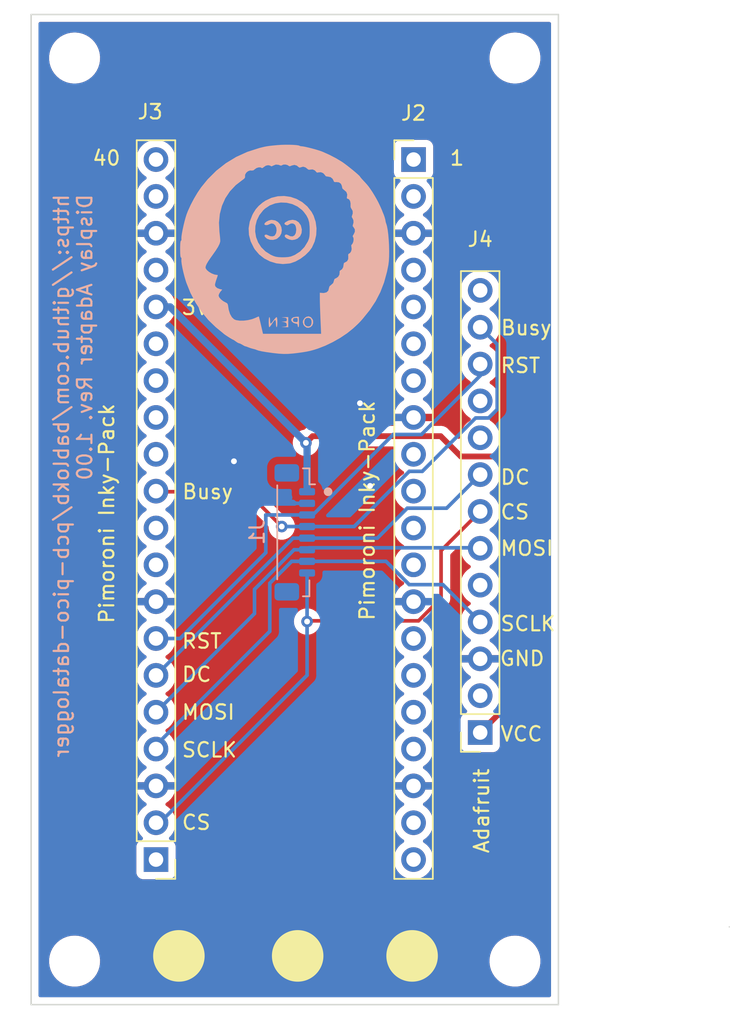
<source format=kicad_pcb>
(kicad_pcb (version 20211014) (generator pcbnew)
  (layers (0 "F.Cu" signal) (31 "B.Cu" signal) (34 "B.Paste" user) (35 "F.Paste" user) (36 "B.SilkS" user "B.Silkscreen") (37 "F.SilkS" user "F.Silkscreen") (38 "B.Mask" user) (39 "F.Mask" user) (44 "Edge.Cuts" user))
  (net 0 "")
  (net 1 "+3V3")
  (net 2 "GND")
  (net 3 "/Display_RST")
  (net 4 "/Display_BUSY")
  (net 5 "/Display_DC")
  (net 6 "/MOSI0")
  (net 7 "/SCLK0")
  (net 8 "/Display_CS")
  (footprint "MountingHole:MountingHole_2.5mm" (layer "F.Cu") (at 93 155.26)
    (fp_text reference "H4" hide)
    (fp_text value "MountingHole")
    (pad "" np_thru_hole circle (at 0 0) (size 2.5 2.5) (drill 2.5) (layers *.Cu *.Mask))
  )
  (footprint "Connector_PinSocket_2.54mm:PinSocket_1x13_P2.54mm_Vertical" (layer "F.Cu") (at 121 139.5 180)
    (fp_text reference "J4" (at 0 34) (layer "F.SilkS"))
    (fp_text value "Ada_SPI_Display")
    (fp_line (start 1.33 1.27) (end 1.33 31.81) (layer "F.SilkS") (width 0.12))
    (fp_line (start 0 -1.33) (end 1.33 -1.33) (layer "F.SilkS") (width 0.12))
    (fp_line (start -1.33 1.27) (end -1.33 31.81) (layer "F.SilkS") (width 0.12))
    (fp_line (start 1.33 -1.33) (end 1.33 0) (layer "F.SilkS") (width 0.12))
    (fp_line (start -1.33 1.27) (end 1.33 1.27) (layer "F.SilkS") (width 0.12))
    (fp_line (start -1.33 31.81) (end 1.33 31.81) (layer "F.SilkS") (width 0.12))
    (pad "1" thru_hole rect (at 0 0 180) (size 1.7 1.7) (drill 1) (layers *.Cu *.Mask) (net 1 "+3V3"))
    (pad "2" thru_hole oval (at 0 2.54 180) (size 1.7 1.7) (drill 1) (layers *.Cu *.Mask))
    (pad "3" thru_hole oval (at 0 5.08 180) (size 1.7 1.7) (drill 1) (layers *.Cu *.Mask) (net 2 "GND"))
    (pad "4" thru_hole oval (at 0 7.62 180) (size 1.7 1.7) (drill 1) (layers *.Cu *.Mask) (net 7 "/SCLK0"))
    (pad "5" thru_hole oval (at 0 10.16 180) (size 1.7 1.7) (drill 1) (layers *.Cu *.Mask))
    (pad "6" thru_hole oval (at 0 12.7 180) (size 1.7 1.7) (drill 1) (layers *.Cu *.Mask) (net 6 "/MOSI0"))
    (pad "7" thru_hole oval (at 0 15.24 180) (size 1.7 1.7) (drill 1) (layers *.Cu *.Mask) (net 8 "/Display_CS"))
    (pad "8" thru_hole oval (at 0 17.78 180) (size 1.7 1.7) (drill 1) (layers *.Cu *.Mask) (net 5 "/Display_DC"))
    (pad "9" thru_hole oval (at 0 20.32 180) (size 1.7 1.7) (drill 1) (layers *.Cu *.Mask))
    (pad "10" thru_hole oval (at 0 22.86 180) (size 1.7 1.7) (drill 1) (layers *.Cu *.Mask))
    (pad "11" thru_hole oval (at 0 25.4 180) (size 1.7 1.7) (drill 1) (layers *.Cu *.Mask) (net 3 "/Display_RST"))
    (pad "12" thru_hole oval (at 0 27.94 180) (size 1.7 1.7) (drill 1) (layers *.Cu *.Mask) (net 4 "/Display_BUSY"))
    (pad "13" thru_hole oval (at 0 30.48 180) (size 1.7 1.7) (drill 1) (layers *.Cu *.Mask))
  )
  (footprint "Connector_PinHeader_2.54mm:PinHeader_1x20_P2.54mm_Vertical" (layer "F.Cu") (at 98.62 148.26 180)
    (fp_text reference "J3" (at 0.4 51.55) (layer "F.SilkS"))
    (fp_text value "Inky_Right_21_40")
    (fp_line (start 1.33 1.27) (end 1.33 49.59) (layer "F.SilkS") (width 0.12))
    (fp_line (start -1.33 0) (end -1.33 -1.33) (layer "F.SilkS") (width 0.12))
    (fp_line (start -1.33 1.27) (end 1.33 1.27) (layer "F.SilkS") (width 0.12))
    (fp_line (start -1.33 -1.33) (end 0 -1.33) (layer "F.SilkS") (width 0.12))
    (fp_line (start -1.33 1.27) (end -1.33 49.59) (layer "F.SilkS") (width 0.12))
    (fp_line (start -1.33 49.59) (end 1.33 49.59) (layer "F.SilkS") (width 0.12))
    (pad "1" thru_hole rect (at 0 0 180) (size 1.7 1.7) (drill 1) (layers *.Cu *.Mask))
    (pad "2" thru_hole oval (at 0 2.54 180) (size 1.7 1.7) (drill 1) (layers *.Cu *.Mask) (net 8 "/Display_CS"))
    (pad "3" thru_hole oval (at 0 5.08 180) (size 1.7 1.7) (drill 1) (layers *.Cu *.Mask) (net 2 "GND"))
    (pad "4" thru_hole oval (at 0 7.62 180) (size 1.7 1.7) (drill 1) (layers *.Cu *.Mask) (net 7 "/SCLK0"))
    (pad "5" thru_hole oval (at 0 10.16 180) (size 1.7 1.7) (drill 1) (layers *.Cu *.Mask) (net 6 "/MOSI0"))
    (pad "6" thru_hole oval (at 0 12.7 180) (size 1.7 1.7) (drill 1) (layers *.Cu *.Mask) (net 5 "/Display_DC"))
    (pad "7" thru_hole oval (at 0 15.24 180) (size 1.7 1.7) (drill 1) (layers *.Cu *.Mask) (net 3 "/Display_RST"))
    (pad "8" thru_hole oval (at 0 17.78 180) (size 1.7 1.7) (drill 1) (layers *.Cu *.Mask) (net 2 "GND"))
    (pad "9" thru_hole oval (at 0 20.32 180) (size 1.7 1.7) (drill 1) (layers *.Cu *.Mask))
    (pad "10" thru_hole oval (at 0 22.86 180) (size 1.7 1.7) (drill 1) (layers *.Cu *.Mask))
    (pad "11" thru_hole oval (at 0 25.4 180) (size 1.7 1.7) (drill 1) (layers *.Cu *.Mask) (net 4 "/Display_BUSY"))
    (pad "12" thru_hole oval (at 0 27.94 180) (size 1.7 1.7) (drill 1) (layers *.Cu *.Mask))
    (pad "13" thru_hole oval (at 0 30.48 180) (size 1.7 1.7) (drill 1) (layers *.Cu *.Mask))
    (pad "14" thru_hole oval (at 0 33.02 180) (size 1.7 1.7) (drill 1) (layers *.Cu *.Mask))
    (pad "15" thru_hole oval (at 0 35.56 180) (size 1.7 1.7) (drill 1) (layers *.Cu *.Mask))
    (pad "16" thru_hole oval (at 0 38.1 180) (size 1.7 1.7) (drill 1) (layers *.Cu *.Mask) (net 1 "+3V3"))
    (pad "17" thru_hole oval (at 0 40.64 180) (size 1.7 1.7) (drill 1) (layers *.Cu *.Mask))
    (pad "18" thru_hole oval (at 0 43.18 180) (size 1.7 1.7) (drill 1) (layers *.Cu *.Mask) (net 2 "GND"))
    (pad "19" thru_hole oval (at 0 45.72 180) (size 1.7 1.7) (drill 1) (layers *.Cu *.Mask))
    (pad "20" thru_hole oval (at 0 48.26 180) (size 1.7 1.7) (drill 1) (layers *.Cu *.Mask))
  )
  (footprint "MountingHole:MountingHole_2.5mm" (layer "F.Cu") (at 123.4 93)
    (fp_text reference "H2" hide)
    (fp_text value "MountingHole")
    (pad "" np_thru_hole circle (at 0 0) (size 2.5 2.5) (drill 2.5) (layers *.Cu *.Mask))
  )
  (footprint "Connector_PinHeader_2.54mm:PinHeader_1x20_P2.54mm_Vertical" (layer "F.Cu") (at 116.4 100)
    (fp_text reference "J2" (at 0 -3.2) (layer "F.SilkS"))
    (fp_text value "Inky_Left_1_20")
    (fp_line (start -1.33 1.27) (end -1.33 49.59) (layer "F.SilkS") (width 0.12))
    (fp_line (start -1.33 1.27) (end 1.33 1.27) (layer "F.SilkS") (width 0.12))
    (fp_line (start -1.33 49.59) (end 1.33 49.59) (layer "F.SilkS") (width 0.12))
    (fp_line (start -1.33 0) (end -1.33 -1.33) (layer "F.SilkS") (width 0.12))
    (fp_line (start 1.33 1.27) (end 1.33 49.59) (layer "F.SilkS") (width 0.12))
    (fp_line (start -1.33 -1.33) (end 0 -1.33) (layer "F.SilkS") (width 0.12))
    (pad "1" thru_hole rect (at 0 0) (size 1.7 1.7) (drill 1) (layers *.Cu *.Mask))
    (pad "2" thru_hole oval (at 0 2.54) (size 1.7 1.7) (drill 1) (layers *.Cu *.Mask))
    (pad "3" thru_hole oval (at 0 5.08) (size 1.7 1.7) (drill 1) (layers *.Cu *.Mask) (net 2 "GND"))
    (pad "4" thru_hole oval (at 0 7.62) (size 1.7 1.7) (drill 1) (layers *.Cu *.Mask))
    (pad "5" thru_hole oval (at 0 10.16) (size 1.7 1.7) (drill 1) (layers *.Cu *.Mask))
    (pad "6" thru_hole oval (at 0 12.7) (size 1.7 1.7) (drill 1) (layers *.Cu *.Mask))
    (pad "7" thru_hole oval (at 0 15.24) (size 1.7 1.7) (drill 1) (layers *.Cu *.Mask))
    (pad "8" thru_hole oval (at 0 17.78) (size 1.7 1.7) (drill 1) (layers *.Cu *.Mask) (net 2 "GND"))
    (pad "9" thru_hole oval (at 0 20.32) (size 1.7 1.7) (drill 1) (layers *.Cu *.Mask))
    (pad "10" thru_hole oval (at 0 22.86) (size 1.7 1.7) (drill 1) (layers *.Cu *.Mask))
    (pad "11" thru_hole oval (at 0 25.4) (size 1.7 1.7) (drill 1) (layers *.Cu *.Mask))
    (pad "12" thru_hole oval (at 0 27.94) (size 1.7 1.7) (drill 1) (layers *.Cu *.Mask))
    (pad "13" thru_hole oval (at 0 30.48) (size 1.7 1.7) (drill 1) (layers *.Cu *.Mask) (net 2 "GND"))
    (pad "14" thru_hole oval (at 0 33.02) (size 1.7 1.7) (drill 1) (layers *.Cu *.Mask))
    (pad "15" thru_hole oval (at 0 35.56) (size 1.7 1.7) (drill 1) (layers *.Cu *.Mask))
    (pad "16" thru_hole oval (at 0 38.1) (size 1.7 1.7) (drill 1) (layers *.Cu *.Mask))
    (pad "17" thru_hole oval (at 0 40.64) (size 1.7 1.7) (drill 1) (layers *.Cu *.Mask))
    (pad "18" thru_hole oval (at 0 43.18) (size 1.7 1.7) (drill 1) (layers *.Cu *.Mask) (net 2 "GND"))
    (pad "19" thru_hole oval (at 0 45.72) (size 1.7 1.7) (drill 1) (layers *.Cu *.Mask))
    (pad "20" thru_hole oval (at 0 48.26) (size 1.7 1.7) (drill 1) (layers *.Cu *.Mask))
  )
  (footprint "MountingHole:MountingHole_2.5mm" (layer "F.Cu") (at 123.4 155.26)
    (fp_text reference "H3" hide)
    (fp_text value "MountingHole")
    (pad "" np_thru_hole circle (at 0 0) (size 2.5 2.5) (drill 2.5) (layers *.Cu *.Mask))
  )
  (footprint "MountingHole:MountingHole_2.5mm" (layer "F.Cu") (at 93 93)
    (fp_text reference "H1" hide)
    (fp_text value "MountingHole")
    (pad "" np_thru_hole circle (at 0 0) (size 2.5 2.5) (drill 2.5) (layers *.Cu *.Mask))
  )
  (footprint "Connector_JST:JST_SUR_BM08B-SURS-TF_1x08-1MP_P0.80mm_Vertical" (layer "B.Cu") (at 108.2 125.7 -90)
    (fp_text reference "J1" (at 0 2.6 90) (layer "B.SilkS") (effects (justify mirror)))
    (fp_text value "Conn_Display")
    (fp_line (start -3.31 -1.01) (end -3.31 -1.4) (layer "B.SilkS") (width 0.12))
    (fp_line (start 4.41 -0.56) (end 4.41 -1.01) (layer "B.SilkS") (width 0.12))
    (fp_line (start -4.41 -0.56) (end -4.41 -1.01) (layer "B.SilkS") (width 0.12))
    (fp_line (start -4.41 -1.01) (end -3.31 -1.01) (layer "B.SilkS") (width 0.12))
    (fp_line (start 4.41 -1.01) (end 3.31 -1.01) (layer "B.SilkS") (width 0.12))
    (fp_line (start -3.24 1.21) (end 3.24 1.21) (layer "B.SilkS") (width 0.12))
    (pad "1" smd roundrect (at -2.8 -0.85 270) (size 0.5 1.1) (layers "B.Cu" "B.Paste" "B.Mask") (net 1 "+3V3"))
    (pad "2" smd roundrect (at -2 -0.85 270) (size 0.5 1.1) (layers "B.Cu" "B.Paste" "B.Mask") (net 2 "GND"))
    (pad "3" smd roundrect (at -1.2 -0.85 270) (size 0.5 1.1) (layers "B.Cu" "B.Paste" "B.Mask") (net 3 "/Display_RST"))
    (pad "4" smd roundrect (at -0.4 -0.85 270) (size 0.5 1.1) (layers "B.Cu" "B.Paste" "B.Mask") (net 4 "/Display_BUSY"))
    (pad "5" smd roundrect (at 0.4 -0.85 270) (size 0.5 1.1) (layers "B.Cu" "B.Paste" "B.Mask") (net 5 "/Display_DC"))
    (pad "6" smd roundrect (at 1.2 -0.85 270) (size 0.5 1.1) (layers "B.Cu" "B.Paste" "B.Mask") (net 6 "/MOSI0"))
    (pad "7" smd roundrect (at 2 -0.85 270) (size 0.5 1.1) (layers "B.Cu" "B.Paste" "B.Mask") (net 7 "/SCLK0"))
    (pad "8" smd roundrect (at 2.8 -0.85 270) (size 0.5 1.1) (layers "B.Cu" "B.Paste" "B.Mask") (net 8 "/Display_CS"))
    (pad "MP" smd roundrect (at -4.1 0.55 270) (size 1.2 1.7) (layers "B.Cu" "B.Paste" "B.Mask") (roundrect_rratio 0.2083333333))
    (pad "MP" smd roundrect (at 4.1 0.55 270) (size 1.2 1.7) (layers "B.Cu" "B.Paste" "B.Mask") (roundrect_rratio 0.2083333333))
  )
  (footprint "LOGO" (layer "B.Cu") (at 107.5 106.2 180)
    (fp_text reference "G***" hide)
    (fp_text value "LOGO" hide)
    (fp_poly (pts (xy -0.789965 -4.639756) (xy -0.600021 -4.673624) (xy -0.483843 -4.757187) (xy -0.450887 -4.86286) (xy -0.494824 -4.966106) (xy -0.603428 -5.055778) (xy -0.741884 -5.106321) (xy -0.787675 -5.11006) (xy -0.875388 -5.13379) (xy -0.901612 -5.222513) (xy -0.901775 -5.235306) (xy -0.91967 -5.329445) (xy -0.954068 -5.360553) (xy -0.981454 -5.312721) (xy -0.993822 -5.176351) (xy -0.991642 -4.997338) (xy -0.986059 -4.859566) (xy -0.901775 -4.859566) (xy -0.892922 -4.965994) (xy -0.845574 -5.003639) (xy -0.738954 -5.000512) (xy -0.624736 -4.97635) (xy -0.580899 -4.917598) (xy -0.576134 -4.859566) (xy -0.593228 -4.770058) (xy -0.664111 -4.729503) (xy -0.738954 -4.718621) (xy -0.850465 -4.716387) (xy -0.89434 -4.757708) (xy -0.901775 -4.859566) (xy -0.986059 -4.859566) (xy -0.976923 -4.634123)) (layer "B.SilkS") (width 0) (fill solid))
    (fp_poly (pts (xy 0.942469 2.037529) (xy 1.09721 1.998721) (xy 1.245695 1.925064) (xy 1.357637 1.835601) (xy 1.402749 1.749378) (xy 1.402762 1.748094) (xy 1.361723 1.69523) (xy 1.264701 1.676728) (xy 1.150832 1.695468) (xy 1.091549 1.725193) (xy 0.923481 1.796842) (xy 0.769472 1.770489) (xy 0.654919 1.671547) (xy 0.576175 1.506686) (xy 0.555902 1.312616) (xy 0.590926 1.124252) (xy 0.678074 0.976509) (xy 0.721406 0.940116) (xy 0.84869 0.904423) (xy 1.007371 0.920366) (xy 1.137051 0.976912) (xy 1.251436 1.02607) (xy 1.344452 1.017801) (xy 1.390793 0.963581) (xy 1.365153 0.874882) (xy 1.364421 0.873821) (xy 1.216769 0.742358) (xy 1.015524 0.669563) (xy 0.791386 0.659935) (xy 0.575053 0.717975) (xy 0.515943 0.749451) (xy 0.333079 0.910045) (xy 0.2277 1.107082) (xy 0.193811 1.322463) (xy 0.225422 1.53809) (xy 0.316537 1.735864) (xy 0.461165 1.897686) (xy 0.653311 2.005458) (xy 0.886984 2.04108)) (layer "B.SilkS") (width 0) (fill solid))
    (fp_poly (pts (xy 0.012525 -4.667925) (xy 0.158422 -4.673407) (xy 0.208686 -4.678541) (xy 0.167839 -4.685849) (xy 0.062624 -4.695854) (xy -0.072401 -4.715209) (xy -0.134312 -4.752742) (xy -0.150195 -4.826458) (xy -0.150295 -4.837398) (xy -0.137031 -4.918893) (xy -0.078186 -4.955526) (xy 0.037574 -4.966359) (xy 0.225444 -4.972954) (xy 0.050099 -5.003933) (xy -0.073602 -5.04039) (xy -0.128508 -5.108331) (xy -0.140806 -5.169654) (xy -0.141959 -5.254561) (xy -0.102557 -5.297579) (xy 0.002765 -5.318209) (xy 0.059588 -5.323722) (xy 0.17872 -5.33505) (xy 0.210368 -5.341876) (xy 0.150175 -5.3468) (xy 0.012525 -5.3518) (xy -0.250493 -5.360553) (xy -0.250493 -4.659172)) (layer "B.SilkS") (width 0) (fill solid))
    (fp_poly (pts (xy -0.298016 2.005429) (xy -0.222794 1.97428) (xy -0.055162 1.880582) (xy 0.0163 1.802295) (xy -0.006257 1.735518) (xy -0.069846 1.696653) (xy -0.180087 1.663697) (xy -0.264359 1.697269) (xy -0.291808 1.720453) (xy -0.433705 1.793809) (xy -0.58527 1.789562) (xy -0.709762 1.710115) (xy -0.723589 1.692205) (xy -0.77208 1.573174) (xy -0.799378 1.409552) (xy -0.801578 1.352662) (xy -0.77001 1.131502) (xy -0.683387 0.978935) (xy -0.553822 0.903254) (xy -0.393431 0.912756) (xy -0.259316 0.981391) (xy -0.138153 1.032822) (xy -0.042649 1.01603) (xy -0.000272 0.936705) (xy 0 0.92766) (xy -0.044813 0.840434) (xy -0.159819 0.75545) (xy -0.315868 0.688004) (xy -0.483809 0.653391) (xy -0.526035 0.651656) (xy -0.714838 0.680422) (xy -0.889971 0.751375) (xy -0.892265 0.752763) (xy -1.069036 0.914747) (xy -1.16938 1.128569) (xy -1.189261 1.376791) (xy -1.12464 1.641975) (xy -1.107424 1.682104) (xy -0.967967 1.879806) (xy -0.773631 2.003871) (xy -0.54384 2.047884)) (layer "B.SilkS") (width 0) (fill solid))
    (fp_poly (pts (xy 0.235097 7.213997) (xy 0.495732 7.196971) (xy 0.500987 7.1965) (xy 0.799278 7.168629) (xy 1.026472 7.143826) (xy 1.211368 7.117426) (xy 1.382767 7.084763) (xy 1.569469 7.041173) (xy 1.759324 6.992665) (xy 2.57891 6.729733) (xy 3.346017 6.381564) (xy 4.059049 5.949237) (xy 4.716412 5.433829) (xy 5.316512 4.836419) (xy 5.76673 4.283432) (xy 6.015685 3.917662) (xy 6.263619 3.500038) (xy 6.49179 3.065367) (xy 6.681455 2.648457) (xy 6.768187 2.423548) (xy 6.837012 2.207461) (xy 6.907893 1.94873) (xy 6.976103 1.669363) (xy 7.036916 1.391366) (xy 7.085605 1.136748) (xy 7.117444 0.927514) (xy 7.127708 0.785672) (xy 7.125746 0.758669) (xy 7.124265 0.642727) (xy 7.158417 0.601183) (xy 7.185996 0.555107) (xy 7.204146 0.415266) (xy 7.2131 0.179243) (xy 7.214202 0.025049) (xy 7.209785 -0.259115) (xy 7.196356 -0.446244) (xy 7.173644 -0.539117) (xy 7.158263 -0.551085) (xy 7.123411 -0.59311) (xy 7.12684 -0.679335) (xy 7.128874 -0.812646) (xy 7.103788 -1.020584) (xy 7.055935 -1.282646) (xy 6.98967 -1.578334) (xy 6.909347 -1.887146) (xy 6.81932 -2.188583) (xy 6.782981 -2.298366) (xy 6.501106 -2.999433) (xy 6.148081 -3.670613) (xy 5.734656 -4.296022) (xy 5.271576 -4.859773) (xy 4.769589 -5.345981) (xy 4.659172 -5.437603) (xy 4.484077 -5.579394) (xy 4.339045 -5.69811) (xy 4.241197 -5.779657) (xy 4.208284 -5.808786) (xy 4.149924 -5.854917) (xy 4.037216 -5.932182) (xy 3.89691 -6.023542) (xy 3.755756 -6.111952) (xy 3.640505 -6.180372) (xy 3.577907 -6.211758) (xy 3.575027 -6.212229) (xy 3.517542 -6.240017) (xy 3.414829 -6.30943) (xy 3.377204 -6.337476) (xy 3.259775 -6.41666) (xy 3.169082 -6.459965) (xy 3.152945 -6.462722) (xy 3.075441 -6.487435) (xy 2.954535 -6.549211) (xy 2.911634 -6.574746) (xy 2.798015 -6.640695) (xy 2.727199 -6.673725) (xy 2.717611 -6.674371) (xy 2.668288 -6.684033) (xy 2.560452 -6.723217) (xy 2.517217 -6.740942) (xy 2.352855 -6.801231) (xy 2.196746 -6.845163) (xy 2.17929 -6.848768) (xy 2.040026 -6.884561) (xy 1.942038 -6.922046) (xy 1.806732 -6.970422) (xy 1.584356 -7.020899) (xy 1.270748 -7.074269) (xy 0.861747 -7.131323) (xy 0.801578 -7.139024) (xy 0.410704 -7.182138) (xy 0.075106 -7.201793) (xy -0.246508 -7.19795) (xy -0.595429 -7.170575) (xy -0.876725 -7.137558) (xy -1.237454 -7.088146) (xy -1.529454 -7.039297) (xy -1.783931 -6.984346) (xy -2.032094 -6.916626) (xy -2.280707 -6.83763) (xy -2.797106 -6.638457) (xy -3.326275 -6.384751) (xy -3.840909 -6.092185) (xy -4.3137 -5.776429) (xy -4.717342 -5.453157) (xy -4.759368 -5.415033) (xy -4.935854 -5.252011) (xy -5.060963 -5.133973) (xy -5.157228 -5.038251) (xy -5.247183 -4.942176) (xy -5.353361 -4.823081) (xy -5.396421 -4.774158) (xy -5.882338 -4.173578) (xy -6.283671 -3.567757) (xy -6.609219 -2.938234) (xy -6.867777 -2.266552) (xy -7.068145 -1.53425) (xy -7.162111 -1.069177) (xy -7.194793 -0.804856) (xy -7.212517 -0.477745) (xy -7.216324 -0.108966) (xy -7.207255 0.280361) (xy -7.18635 0.669113) (xy -7.15465 1.03617) (xy -7.13084 1.222402) (xy -4.846944 1.222402) (xy -4.770236 1.052836) (xy -4.758487 1.037279) (xy -4.698398 0.934642) (xy -4.708388 0.87727) (xy -4.752237 0.798945) (xy -4.760725 0.667929) (xy -4.737511 0.523819) (xy -4.686257 0.406209) (xy -4.66229 0.378562) (xy -4.595023 0.284529) (xy -4.609993 0.172925) (xy -4.610239 0.172277) (xy -4.627485 0.029195) (xy -4.592333 -0.120777) (xy -4.51843 -0.237445) (xy -4.458106 -0.275756) (xy -4.396059 -0.318535) (xy -4.384692 -0.410153) (xy -4.392585 -0.471326) (xy -4.388087 -0.663466) (xy -4.312803 -0.806949) (xy -4.185269 -0.880692) (xy -4.092986 -0.931737) (xy -4.068642 -1.039075) (xy -4.068796 -1.046229) (xy -4.041211 -1.223044) (xy -3.95982 -1.362327) (xy -3.864805 -1.425522) (xy -3.796609 -1.48075) (xy -3.795426 -1.579118) (xy -3.779954 -1.734814) (xy -3.693978 -1.879485) (xy -3.563063 -1.973633) (xy -3.53414 -1.982823) (xy -3.43941 -2.03595) (xy -3.399287 -2.15061) (xy -3.397003 -2.170835) (xy -3.348829 -2.314627) (xy -3.22274 -2.427888) (xy -3.220766 -2.42913) (xy -3.098952 -2.534556) (xy -3.05824 -2.657706) (xy -3.057945 -2.667752) (xy -3.01301 -2.838496) (xy -2.892737 -2.952374) (xy -2.710701 -2.998714) (xy -2.638778 -2.997317) (xy -2.429783 -2.980868) (xy -2.430314 -3.406707) (xy -2.432799 -3.595574) (xy -2.439373 -3.859464) (xy -2.449255 -4.173318) (xy -2.461662 -4.51208) (xy -2.474535 -4.821993) (xy -2.518225 -5.81144) (xy 1.493163 -5.81144) (xy 1.629166 -5.222781) (xy 1.68284 -4.994063) (xy 1.729004 -4.804048) (xy 1.762802 -4.67227) (xy 1.779377 -4.618262) (xy 1.779505 -4.618103) (xy 1.828338 -4.628643) (xy 1.934359 -4.674041) (xy 1.986566 -4.699603) (xy 2.239261 -4.799214) (xy 2.528036 -4.868183) (xy 2.82633 -4.904483) (xy 3.107578 -4.906085) (xy 3.345219 -4.870962) (xy 3.48754 -4.814176) (xy 3.641788 -4.668016) (xy 3.768223 -4.444705) (xy 3.856356 -4.165782) (xy 3.884374 -3.999253) (xy 3.909393 -3.833731) (xy 3.945196 -3.737922) (xy 4.008213 -3.6815) (xy 4.07308 -3.650949) (xy 4.24805 -3.555193) (xy 4.403188 -3.429886) (xy 4.514736 -3.298057) (xy 4.558937 -3.182737) (xy 4.558975 -3.179917) (xy 4.527501 -3.065926) (xy 4.450037 -2.935327) (xy 4.432796 -2.913749) (xy 4.306618 -2.763795) (xy 4.47037 -2.728985) (xy 4.653595 -2.660899) (xy 4.772753 -2.556078) (xy 4.809468 -2.445816) (xy 4.793375 -2.349266) (xy 4.751771 -2.196873) (xy 4.709271 -2.067053) (xy 4.650349 -1.899137) (xy 4.620822 -1.80498) (xy 4.618149 -1.763368) (xy 4.639791 -1.753087) (xy 4.671697 -1.753173) (xy 4.849924 -1.723914) (xy 5.04131 -1.64813) (xy 5.221333 -1.541619) (xy 5.36547 -1.420182) (xy 5.4492 -1.299616) (xy 5.46075 -1.244788) (xy 5.441779 -1.137678) (xy 5.380506 -0.996565) (xy 5.270395 -0.809868) (xy 5.104907 -0.566003) (xy 4.978609 -0.390564) (xy 4.754481 -0.072356) (xy 4.594508 0.182609) (xy 4.493656 0.383562) (xy 4.446891 0.539733) (xy 4.442179 0.593188) (xy 4.447382 0.700111) (xy 4.462797 0.876798) (xy 4.485677 1.093656) (xy 4.500051 1.216088) (xy 4.531968 1.847172) (xy 4.472618 2.448346) (xy 4.324631 3.013543) (xy 4.09064 3.536698) (xy 3.773277 4.011743) (xy 3.375174 4.432612) (xy 2.967415 4.748494) (xy 2.812773 4.862694) (xy 2.738291 4.948047) (xy 2.730995 5.011815) (xy 2.729126 5.153015) (xy 2.653618 5.288294) (xy 2.529538 5.394517) (xy 2.381953 5.448546) (xy 2.267302 5.439782) (xy 2.153087 5.455378) (xy 2.054481 5.535432) (xy 1.940256 5.614499) (xy 1.799327 5.658763) (xy 1.668115 5.662169) (xy 1.583041 5.618664) (xy 1.580106 5.61428) (xy 1.530331 5.613943) (xy 1.44543 5.673786) (xy 1.429131 5.689428) (xy 1.292824 5.778081) (xy 1.138484 5.811307) (xy 1.004339 5.783647) (xy 0.966116 5.755543) (xy 0.896481 5.730363) (xy 0.794653 5.780592) (xy 0.607687 5.854622) (xy 0.409246 5.835951) (xy 0.342019 5.806798) (xy 0.239179 5.777831) (xy 0.184997 5.806798) (xy 0.08 5.852934) (xy -0.065441 5.855889) (xy -0.202501 5.817981) (xy -0.250806 5.786106) (xy -0.319381 5.739791) (xy -0.3946 5.745648) (xy -0.487135 5.78699) (xy -0.673753 5.831233) (xy -0.846586 5.780168) (xy -0.946668 5.692465) (xy -1.029114 5.640573) (xy -1.104136 5.662196) (xy -1.280402 5.708667) (xy -1.447387 5.655601) (xy -1.531036 5.587521) (xy -1.637482 5.504372) (xy -1.732822 5.495464) (xy -1.766727 5.505978) (xy -1.93091 5.519334) (xy -2.084547 5.451643) (xy -2.16149 5.36756) (xy -2.229334 5.300228) (xy -2.325456 5.309197) (xy -2.343322 5.315676) (xy -2.500209 5.327458) (xy -2.655516 5.26557) (xy -2.767449 5.148112) (xy -2.777576 5.127593) (xy -2.845694 5.0475) (xy -2.970839 5.024667) (xy -2.988176 5.024956) (xy -3.1719 4.985986) (xy -3.312724 4.871401) (xy -3.375625 4.740514) (xy -3.411516 4.665481) (xy -3.488291 4.642876) (xy -3.575617 4.648912) (xy -3.752947 4.626899) (xy -3.886543 4.528854) (xy -3.954071 4.373925) (xy -3.958107 4.321006) (xy -3.991082 4.197061) (xy -4.102946 4.101036) (xy -4.109358 4.097344) (xy -4.261201 3.964149) (xy -4.321916 3.793605) (xy -4.305021 3.645136) (xy -4.288974 3.540341) (xy -4.326083 3.506968) (xy -4.329263 3.506903) (xy -4.440331 3.461798) (xy -4.518978 3.342709) (xy -4.552074 3.173974) (xy -4.549651 3.09839) (xy -4.550384 2.930021) (xy -4.597714 2.819496) (xy -4.619298 2.795297) (xy -4.695077 2.654801) (xy -4.700371 2.47956) (xy -4.655178 2.347174) (xy -4.629732 2.244775) (xy -4.680227 2.158653) (xy -4.745234 2.022625) (xy -4.753928 1.850812) (xy -4.710882 1.706365) (xy -4.694451 1.615673) (xy -4.760981 1.526549) (xy -4.843909 1.390028) (xy -4.846944 1.222402) (xy -7.13084 1.222402) (xy -7.113196 1.360409) (xy -7.06303 1.620709) (xy -7.022973 1.754391) (xy -6.986595 1.861308) (xy -6.973507 1.917106) (xy -6.949365 2.059963) (xy -6.898169 2.24565) (xy -6.833645 2.425477) (xy -6.823421 2.449494) (xy -6.772066 2.570562) (xy -6.742672 2.646965) (xy -6.740416 2.655226) (xy -6.718951 2.710271) (xy -6.6683 2.825845) (xy -6.60212 2.9719) (xy -6.53407 3.118392) (xy -6.477807 3.235272) (xy -6.467149 3.25641) (xy -6.352304 3.469921) (xy -6.217493 3.705051) (xy -6.089154 3.916244) (xy -6.041194 3.990377) (xy -5.901611 4.196708) (xy -5.790385 4.350201) (xy -5.682363 4.482727) (xy -5.55239 4.626162) (xy -5.473941 4.709168) (xy -5.348396 4.844821) (xy -5.255397 4.95244) (xy -5.212111 5.011997) (xy -5.210923 5.016078) (xy -5.173017 5.066639) (xy -5.070669 5.164656) (xy -4.919488 5.297321) (xy -4.735083 5.451829) (xy -4.533062 5.615376) (xy -4.329036 5.775155) (xy -4.138613 5.91836) (xy -3.977402 6.032188) (xy -3.951169 6.049564) (xy -3.54669 6.29186) (xy -3.093432 6.526932) (xy -2.64113 6.729285) (xy -2.568566 6.75834) (xy -2.393931 6.819584) (xy -2.168949 6.888183) (xy -1.918924 6.957612) (xy -1.669158 7.021347) (xy -1.444955 7.072865) (xy -1.271618 7.105641) (xy -1.189113 7.114004) (xy -1.0822 7.126908) (xy -1.034584 7.14819) (xy -0.957276 7.176029) (xy -0.799768 7.197953) (xy -0.581919 7.213337) (xy -0.323586 7.221555) (xy -0.044628 7.221983)) (layer "B.SilkS") (width 0) (fill solid))
    (fp_poly (pts (xy -1.496656 -4.642502) (xy -1.375434 -4.732043) (xy -1.272993 -4.893459) (xy -1.252465 -5.009862) (xy -1.299298 -5.185696) (xy -1.375434 -5.287682) (xy -1.514949 -5.386817) (xy -1.662117 -5.396428) (xy -1.789432 -5.350217) (xy -1.906709 -5.243259) (xy -1.968714 -5.083448) (xy -1.968388 -5.06524) (xy -1.859509 -5.06524) (xy -1.822241 -5.205521) (xy -1.800668 -5.238779) (xy -1.691784 -5.300953) (xy -1.553338 -5.298322) (xy -1.431428 -5.231767) (xy -1.431389 -5.231728) (xy -1.364794 -5.101727) (xy -1.361232 -4.93497) (xy -1.404524 -4.806174) (xy -1.493744 -4.731944) (xy -1.62464 -4.710279) (xy -1.752243 -4.743428) (xy -1.80499 -4.786154) (xy -1.85393 -4.907533) (xy -1.859509 -5.06524) (xy -1.968388 -5.06524) (xy -1.96556 -4.907258) (xy -1.933522 -4.818606) (xy -1.81183 -4.667824) (xy -1.660449 -4.608229)) (layer "B.SilkS") (width 0) (fill solid))
    (fp_poly (pts (xy 0.472783 3.669654) (xy 0.905713 3.564484) (xy 1.31692 3.371925) (xy 1.527477 3.229168) (xy 1.792134 3.005154) (xy 1.994873 2.774765) (xy 2.168151 2.498758) (xy 2.230062 2.379684) (xy 2.407858 1.922244) (xy 2.485779 1.463392) (xy 2.464053 1.006109) (xy 2.342906 0.553375) (xy 2.122564 0.108171) (xy 2.048627 -0.006615) (xy 1.762038 -0.344265) (xy 1.409242 -0.619262) (xy 1.006925 -0.82524) (xy 0.571774 -0.955829) (xy 0.120477 -1.004663) (xy -0.330279 -0.965373) (xy -0.415894 -0.947088) (xy -0.753878 -0.827739) (xy -1.099559 -0.636199) (xy -1.425218 -0.39285) (xy -1.703136 -0.118078) (xy -1.886806 0.134563) (xy -2.074572 0.548069) (xy -2.179741 0.993731) (xy -2.197593 1.352662) (xy -1.728256 1.352662) (xy -1.725382 1.101545) (xy -1.713315 0.920393) (xy -1.687133 0.779065) (xy -1.641913 0.647419) (xy -1.596384 0.545072) (xy -1.366878 0.168801) (xy -1.06629 -0.139631) (xy -0.702982 -0.372828) (xy -0.436557 -0.480753) (xy -0.257207 -0.517167) (xy -0.014103 -0.536496) (xy 0.201658 -0.537558) (xy 0.436875 -0.52567) (xy 0.614683 -0.498449) (xy 0.777717 -0.446046) (xy 0.961739 -0.362007) (xy 1.323704 -0.132834) (xy 1.613318 0.154311) (xy 1.828995 0.486461) (xy 1.96915 0.850653) (xy 2.032197 1.23392) (xy 2.01655 1.623299) (xy 1.920623 2.005825) (xy 1.74283 2.368533) (xy 1.481586 2.698457) (xy 1.351008 2.820365) (xy 1.021343 3.039613) (xy 0.651278 3.178424) (xy 0.258039 3.23833) (xy -0.141146 3.220863) (xy -0.529052 3.127554) (xy -0.888453 2.959935) (xy -1.202121 2.719537) (xy -1.328607 2.582137) (xy -1.504548 2.34303) (xy -1.622588 2.11377) (xy -1.692446 1.86446) (xy -1.72384 1.5652) (xy -1.728256 1.352662) (xy -2.197593 1.352662) (xy -2.202547 1.452266) (xy -2.143225 1.90439) (xy -2.002008 2.33082) (xy -1.856871 2.600105) (xy -1.565146 2.968795) (xy -1.217559 3.264516) (xy -0.827042 3.484866) (xy -0.406526 3.627442) (xy 0.03106 3.689839)) (layer "B.SilkS") (width 0) (fill solid))
    (fp_poly (pts (xy 1.077771 -4.705509) (xy 1.095529 -4.829702) (xy 1.10217 -5.009522) (xy 1.10217 -5.009862) (xy 1.096598 -5.182708) (xy 1.081935 -5.307958) (xy 1.061259 -5.360275) (xy 1.05956 -5.360553) (xy 1.012329 -5.3213) (xy 0.933639 -5.21959) (xy 0.861235 -5.11006) (xy 0.769468 -4.975635) (xy 0.691701 -4.884716) (xy 0.653352 -4.859566) (xy 0.623099 -4.904863) (xy 0.604405 -5.021862) (xy 0.601184 -5.11006) (xy 0.592172 -5.252952) (xy 0.569131 -5.343648) (xy 0.551085 -5.360553) (xy 0.525386 -5.314215) (xy 0.507628 -5.190023) (xy 0.500987 -5.010203) (xy 0.500987 -5.009862) (xy 0.507792 -4.825421) (xy 0.526264 -4.70189) (xy 0.552118 -4.659172) (xy 0.607105 -4.697058) (xy 0.694415 -4.794582) (xy 0.762156 -4.884616) (xy 0.85664 -5.00906) (xy 0.93178 -5.090937) (xy 0.961518 -5.11006) (xy 0.985649 -5.065264) (xy 1.00012 -4.951932) (xy 1.001973 -4.884616) (xy 1.011923 -4.750166) (xy 1.037099 -4.669517) (xy 1.052071 -4.659172)) (layer "B.SilkS") (width 0) (fill solid))
  )
  (gr_circle (center 110.5 122.9) (end 110.723607 122.9) (layer "B.SilkS") (width 0.15) (fill solid))
  (gr_circle (center 116.3 154.9) (end 118.002939 154.9) (layer "F.SilkS") (width 0.15) (fill solid))
  (gr_circle (center 108.4 154.9) (end 110.102939 154.9) (layer "F.SilkS") (width 0.15) (fill solid))
  (gr_circle (center 100.2 154.9) (end 101.902939 154.9) (layer "F.SilkS") (width 0.15) (fill solid))
  (gr_line (start 138.2 152.9) (end 138.2 152.9) (layer "Edge.Cuts") (width 0.1))
  (gr_line (start 90 158.26) (end 126.4 158.26) (layer "Edge.Cuts") (width 0.1))
  (gr_line (start 90 90) (end 90 158.26) (layer "Edge.Cuts") (width 0.1))
  (gr_line (start 126.4 90) (end 126.4 158.26) (layer "Edge.Cuts") (width 0.1))
  (gr_line (start 90 90) (end 126.4 90) (layer "Edge.Cuts") (width 0.1))
  (gr_text "https://github.com/bablokb/pcb-pico-datalogger\nDisplay Adapter Rev. 1.00" (at 92.9 102.3 90) (layer "B.SilkS") (effects (font (size 1 1)) (justify left mirror)))
  (gr_text "CS" (at 123.395238 124.3) (layer "F.SilkS") (effects (font (size 1 1))))
  (gr_text "VCC" (at 123.847619 139.6) (layer "F.SilkS") (effects (font (size 1 1))))
  (gr_text "Busy" (at 122.344048 111.6) (layer "F.SilkS") (effects (font (size 1 1)) (justify left)))
  (gr_text "RST" (at 123.776191 114.2) (layer "F.SilkS") (effects (font (size 1 1))))
  (gr_text "Adafruit" (at 121.1 144.9 90) (layer "F.SilkS") (effects (font (size 1 1))))
  (gr_text "RST" (at 101.780953 133.2) (layer "F.SilkS") (effects (font (size 1 1))))
  (gr_text "MOSI" (at 102.233334 138.1) (layer "F.SilkS") (effects (font (size 1 1))))
  (gr_text "DC" (at 101.42381 135.5) (layer "F.SilkS") (effects (font (size 1 1))))
  (gr_text "3V3" (at 101.8 110.2) (layer "F.SilkS") (effects (font (size 1 1))))
  (gr_text "SCLK" (at 124.3 132) (layer "F.SilkS") (effects (font (size 1 1))))
  (gr_text "GND" (at 123.9 134.4) (layer "F.SilkS") (effects (font (size 1 1))))
  (gr_text "Busy" (at 100.34881 122.9) (layer "F.SilkS") (effects (font (size 1 1)) (justify left)))
  (gr_text "MOSI" (at 124.228572 126.8) (layer "F.SilkS") (effects (font (size 1 1))))
  (gr_text "DC" (at 123.419048 121.9) (layer "F.SilkS") (effects (font (size 1 1))))
  (gr_text "SCLK" (at 102.304762 140.7) (layer "F.SilkS") (effects (font (size 1 1))))
  (gr_text "Pimoroni Inky-Pack" (at 113.2 124.2 90) (layer "F.SilkS") (effects (font (size 1 1))))
  (gr_text "CS" (at 101.4 145.7) (layer "F.SilkS") (effects (font (size 1 1))))
  (gr_text "Pimoroni Inky-Pack" (at 95.22 124.4 90) (layer "F.SilkS") (effects (font (size 1 1))))
  (gr_text "40" (at 95.2 99.9) (layer "F.SilkS") (effects (font (size 1 1))))
  (gr_text "1" (at 119.4 99.9) (layer "F.SilkS") (effects (font (size 1 1))))
  (segment (start 109.43 119.07) (end 108.97 119.53) (width 0.4) (layer "F.Cu") (net 1))
  (segment (start 123.4 137.1) (end 123.4 121.8) (width 0.4) (layer "F.Cu") (net 1))
  (segment (start 118.27 119.07) (end 109.43 119.07) (width 0.4) (layer "F.Cu") (net 1))
  (segment (start 119.67 120.47) (end 118.27 119.07) (width 0.4) (layer "F.Cu") (net 1))
  (segment (start 123.4 121.8) (end 122.07 120.47) (width 0.4) (layer "F.Cu") (net 1))
  (segment (start 122.07 120.47) (end 119.67 120.47) (width 0.4) (layer "F.Cu") (net 1))
  (segment (start 121 139.5) (end 123.4 137.1) (width 0.4) (layer "F.Cu") (net 1))
  (via (at 108.97 119.53) (size 0.8) (drill 0.4) (layers "F.Cu" "B.Cu") (net 1))
  (segment (start 108.97 119.53) (end 109.05 119.61) (width 0.5) (layer "B.Cu") (net 1))
  (segment (start 99.6 110.16) (end 98.62 110.16) (width 0.5) (layer "B.Cu") (net 1))
  (segment (start 109.05 119.61) (end 109.05 122.9) (width 0.5) (layer "B.Cu") (net 1))
  (segment (start 108.97 119.53) (end 99.6 110.16) (width 0.5) (layer "B.Cu") (net 1))
  (via (at 113.4 122.5) (size 0.8) (drill 0.4) (layers "F.Cu" "B.Cu") (net 2))
  (via (at 104 120.8) (size 0.8) (drill 0.4) (layers "F.Cu" "B.Cu") (net 2))
  (via (at 112.7 116.8) (size 0.8) (drill 0.4) (layers "F.Cu" "B.Cu") (net 2))
  (segment (start 104 120.9) (end 104 120.8) (width 0.25) (layer "B.Cu") (net 2))
  (segment (start 106.8 123.7) (end 104 120.9) (width 0.25) (layer "B.Cu") (net 2))
  (segment (start 109.05 123.7) (end 106.8 123.7) (width 0.25) (layer "B.Cu") (net 2))
  (segment (start 106.2 127.1) (end 100.28 133.02) (width 0.25) (layer "B.Cu") (net 3))
  (segment (start 109.05 124.5) (end 109.45 124.5) (width 0.25) (layer "B.Cu") (net 3))
  (segment (start 100.28 133.02) (end 98.62 133.02) (width 0.25) (layer "B.Cu") (net 3))
  (segment (start 116.945 118.955) (end 121 114.9) (width 0.25) (layer "B.Cu") (net 3))
  (segment (start 121 114.9) (end 121 114.1) (width 0.25) (layer "B.Cu") (net 3))
  (segment (start 106.2 124.5) (end 106.2 127.1) (width 0.25) (layer "B.Cu") (net 3))
  (segment (start 109.45 124.5) (end 114.995 118.955) (width 0.25) (layer "B.Cu") (net 3))
  (segment (start 109.05 124.5) (end 106.2 124.5) (width 0.25) (layer "B.Cu") (net 3))
  (segment (start 114.995 118.955) (end 116.945 118.955) (width 0.25) (layer "B.Cu") (net 3))
  (segment (start 104.9 122.9) (end 98.66 122.9) (width 0.25) (layer "F.Cu") (net 4))
  (segment (start 98.66 122.9) (end 98.62 122.86) (width 0.25) (layer "F.Cu") (net 4))
  (segment (start 107.3 125.3) (end 104.9 122.9) (width 0.25) (layer "F.Cu") (net 4))
  (via (at 107.3 125.3) (size 0.8) (drill 0.4) (layers "F.Cu" "B.Cu") (net 4))
  (segment (start 122.175 112.735) (end 121 111.56) (width 0.25) (layer "B.Cu") (net 4))
  (segment (start 122.175 117.225) (end 122.175 112.735) (width 0.25) (layer "B.Cu") (net 4))
  (segment (start 109.05 125.3) (end 107.3 125.3) (width 0.25) (layer "B.Cu") (net 4))
  (segment (start 109.05 125.3) (end 112.298299 125.3) (width 0.25) (layer "B.Cu") (net 4))
  (segment (start 121.585 117.815) (end 122.175 117.225) (width 0.25) (layer "B.Cu") (net 4))
  (segment (start 117.005 121.495) (end 120.685 117.815) (width 0.25) (layer "B.Cu") (net 4))
  (segment (start 112.298299 125.3) (end 116.103299 121.495) (width 0.25) (layer "B.Cu") (net 4))
  (segment (start 120.685 117.815) (end 121.585 117.815) (width 0.25) (layer "B.Cu") (net 4))
  (segment (start 116.103299 121.495) (end 117.005 121.495) (width 0.25) (layer "B.Cu") (net 4))
  (segment (start 109.05 126.1) (end 113.9 126.1) (width 0.25) (layer "B.Cu") (net 5))
  (segment (start 108.08 126.1) (end 98.62 135.56) (width 0.25) (layer "B.Cu") (net 5))
  (segment (start 109.05 126.1) (end 108.08 126.1) (width 0.25) (layer "B.Cu") (net 5))
  (segment (start 115.965 124.035) (end 118.685 124.035) (width 0.25) (layer "B.Cu") (net 5))
  (segment (start 118.685 124.035) (end 121 121.72) (width 0.25) (layer "B.Cu") (net 5))
  (segment (start 113.9 126.1) (end 115.965 124.035) (width 0.25) (layer "B.Cu") (net 5))
  (segment (start 109.05 126.9) (end 109.185 126.765) (width 0.25) (layer "B.Cu") (net 6))
  (segment (start 109.05 126.9) (end 108.150431 126.9) (width 0.25) (layer "B.Cu") (net 6))
  (segment (start 109.185 126.765) (end 120.965 126.765) (width 0.25) (layer "B.Cu") (net 6))
  (segment (start 105.42 131.3) (end 98.62 138.1) (width 0.25) (layer "B.Cu") (net 6))
  (segment (start 108.150431 126.9) (end 105.42 129.630431) (width 0.25) (layer "B.Cu") (net 6))
  (segment (start 105.42 129.630431) (end 105.42 131.3) (width 0.25) (layer "B.Cu") (net 6))
  (segment (start 120.965 126.765) (end 121 126.8) (width 0.25) (layer "B.Cu") (net 6))
  (segment (start 109.05 127.7) (end 114.498299 127.7) (width 0.25) (layer "B.Cu") (net 7))
  (segment (start 114.498299 127.7) (end 116.103299 129.305) (width 0.25) (layer "B.Cu") (net 7))
  (segment (start 98.62 140.38) (end 98.62 140.64) (width 0.25) (layer "B.Cu") (net 7))
  (segment (start 106.475 132.525) (end 98.62 140.38) (width 0.25) (layer "B.Cu") (net 7))
  (segment (start 109.05 127.7) (end 107.986827 127.7) (width 0.25) (layer "B.Cu") (net 7))
  (segment (start 118.425 129.305) (end 121 131.88) (width 0.25) (layer "B.Cu") (net 7))
  (segment (start 106.475 129.211827) (end 106.475 132.525) (width 0.25) (layer "B.Cu") (net 7))
  (segment (start 116.103299 129.305) (end 118.425 129.305) (width 0.25) (layer "B.Cu") (net 7))
  (segment (start 107.986827 127.7) (end 106.475 129.211827) (width 0.25) (layer "B.Cu") (net 7))
  (segment (start 118.3 130.241701) (end 116.741701 131.8) (width 0.25) (layer "F.Cu") (net 8))
  (segment (start 121 124.26) (end 118.3 126.96) (width 0.25) (layer "F.Cu") (net 8))
  (segment (start 118.3 126.96) (end 118.3 130.241701) (width 0.25) (layer "F.Cu") (net 8))
  (segment (start 109.1 131.8) (end 109.05 131.85) (width 0.25) (layer "F.Cu") (net 8))
  (segment (start 116.741701 131.8) (end 109.1 131.8) (width 0.25) (layer "F.Cu") (net 8))
  (via (at 109.05 131.85) (size 0.8) (drill 0.4) (layers "F.Cu" "B.Cu") (net 8))
  (segment (start 109.05 128.5) (end 109.05 131.85) (width 0.25) (layer "B.Cu") (net 8))
  (segment (start 98.88 145.72) (end 98.62 145.72) (width 0.25) (layer "B.Cu") (net 8))
  (segment (start 109.05 131.85) (end 109.05 135.55) (width 0.25) (layer "B.Cu") (net 8))
  (segment (start 109.05 135.55) (end 98.88 145.72) (width 0.25) (layer "B.Cu") (net 8))
  (zone (net 2) (net_name "GND") (layer "F.Cu") (connect_pads (clearance 0.508)) (min_thickness 0.254) (fill yes (thermal_gap 0.508) (thermal_bridge_width 0.508))
    (polygon (pts (xy 127 159) (xy 89 159) (xy 89 89) (xy 127 89)))
  )
  (zone (net 2) (net_name "GND") (layer "B.Cu") (connect_pads (clearance 0.508)) (min_thickness 0.254) (fill yes (thermal_gap 0.508) (thermal_bridge_width 0.508))
    (polygon (pts (xy 127 159) (xy 89 159) (xy 89 89) (xy 127 89)))
  )
)
</source>
